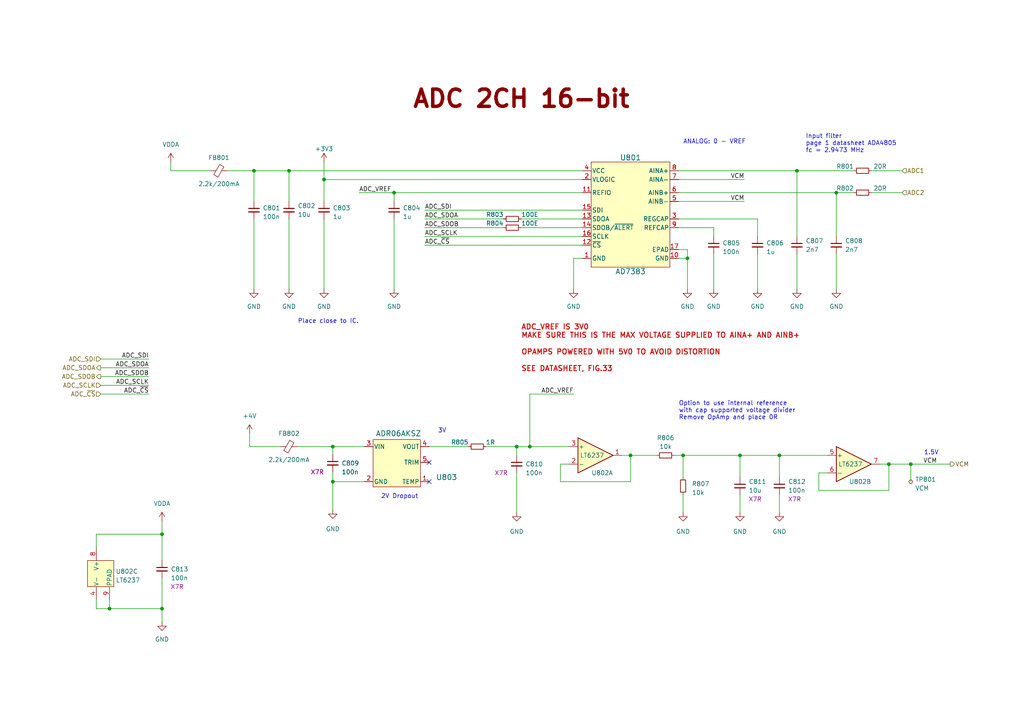
<source format=kicad_sch>
(kicad_sch (version 20230121) (generator eeschema)
  (paper "A4")
  (lib_symbols
    (symbol "Connector:TestPoint_Small" (pin_numbers hide) (pin_names (offset 0.762) hide)
      (property "Reference" "TP" (at 0 3.81 0))
      (property "Value" "TestPoint_Small" (at 0 2.032 0))
      (symbol "TestPoint_Small_0_1"
        (circle (center 0 0) (radius 0.508))
      )
      (symbol "TestPoint_Small_1_1"
        (pin passive line (at 0 0 90) (length 0) (name "1") (number "1"))
      )
    )
    (symbol "Device:C_Small" (pin_numbers hide) (pin_names (offset 0.254) hide)
      (property "Reference" "C" (at 0.254 1.778 0))
      (property "Value" "C_Small" (at 0.254 -2.032 0))
      (symbol "C_Small_0_1"
        (polyline (pts (xy -1.524 -0.508) (xy 1.524 -0.508)) (stroke (width 0.3302)))
        (polyline (pts (xy -1.524 0.508) (xy 1.524 0.508)) (stroke (width 0.3048)))
      )
      (symbol "C_Small_1_1"
        (pin passive line (at 0 2.54 270) (length 2.032) (name "~") (number "1"))
        (pin passive line (at 0 -2.54 90) (length 2.032) (name "~") (number "2"))
      )
    )
    (symbol "Device:R_Small" (pin_numbers hide) (pin_names (offset 0.254) hide)
      (property "Reference" "R" (at 0.762 0.508 0))
      (property "Value" "R_Small" (at 0.762 -1.016 0))
      (symbol "R_Small_0_1"
        (rectangle (start -0.762 1.778) (end 0.762 -1.778) (stroke (width 0.2032)))
      )
      (symbol "R_Small_1_1"
        (pin passive line (at 0 2.54 270) (length 0.762) (name "~") (number "1"))
        (pin passive line (at 0 -2.54 90) (length 0.762) (name "~") (number "2"))
      )
    )
    (symbol "LT6237_1" (pin_names (offset 0.127))
      (property "Reference" "U504" (at -3.81 1.27 0))
      (property "Value" "LT6237" (at -3.81 -1.27 0))
      (symbol "LT6237_1_1_1"
        (polyline (pts (xy -5.08 5.08) (xy 5.08 0) (xy -5.08 -5.08) (xy -5.08 5.08)) (stroke (width 0.254)) (fill (type background)))
        (pin output line (at 7.62 0 180) (length 2.54) (name "~") (number "1"))
        (pin input line (at -7.62 -2.54 0) (length 2.54) (name "-") (number "2"))
        (pin input line (at -7.62 2.54 0) (length 2.54) (name "+") (number "3"))
      )
      (symbol "LT6237_1_2_1"
        (polyline (pts (xy -5.08 5.08) (xy 5.08 0) (xy -5.08 -5.08) (xy -5.08 5.08)) (stroke (width 0.254)) (fill (type background)))
        (pin input line (at -7.62 2.54 0) (length 2.54) (name "+") (number "5"))
        (pin input line (at -7.62 -2.54 0) (length 2.54) (name "-") (number "6"))
        (pin output line (at 7.62 0 180) (length 2.54) (name "~") (number "7"))
      )
      (symbol "LT6237_1_3_1"
        (rectangle (start -5.08 3.81) (end 0 -3.81) (fill (type background)))
        (pin power_in line (at -2.54 -7.62 90) (length 3.81) (name "V-") (number "4"))
        (pin power_in line (at -2.54 7.62 270) (length 3.81) (name "V+") (number "8"))
      )
    )
    (symbol "LT6237_2" (pin_names (offset 0.127))
      (property "Reference" "U" (at 0 5.08 0))
      (property "Value" "LT6237" (at 3.175 -3.175 0))
      (symbol "LT6237_2_0_1"
        (rectangle (start -5.08 3.81) (end 2.54 -3.81) (fill (type background)))
      )
      (symbol "LT6237_2_1_1"
        (polyline (pts (xy -5.08 5.08) (xy 5.08 0) (xy -5.08 -5.08) (xy -5.08 5.08)) (stroke (width 0.254)) (fill (type background)))
        (pin output line (at 7.62 0 180) (length 2.54) (name "~") (number "1"))
        (pin input line (at -7.62 -2.54 0) (length 2.54) (name "-") (number "2"))
        (pin input line (at -7.62 2.54 0) (length 2.54) (name "+") (number "3"))
      )
      (symbol "LT6237_2_2_1"
        (polyline (pts (xy -5.08 5.08) (xy 5.08 0) (xy -5.08 -5.08) (xy -5.08 5.08)) (stroke (width 0.254)) (fill (type background)))
        (pin input line (at -7.62 2.54 0) (length 2.54) (name "+") (number "5"))
        (pin input line (at -7.62 -2.54 0) (length 2.54) (name "-") (number "6"))
        (pin output line (at 7.62 0 180) (length 2.54) (name "~") (number "7"))
      )
      (symbol "LT6237_2_3_1"
        (pin power_in line (at -2.54 -7.62 90) (length 3.81) (name "V-") (number "4"))
        (pin power_in line (at -2.54 7.62 270) (length 3.81) (name "V+") (number "8"))
        (pin power_in line (at 1.27 -7.62 90) (length 3.81) (name "PPAD") (number "9"))
      )
    )
    (symbol "SOC_ADC:AD7383" (pin_names (offset 0.254))
      (property "Reference" "U" (at 27.94 2.54 0))
      (property "Value" "AD7383" (at 27.94 -30.48 0))
      (symbol "AD7383_0_1"
        (rectangle (start 16.51 1.27) (end 39.37 -29.21) (fill (type background)))
      )
      (symbol "AD7383_1_1"
        (pin power_out line (at 13.97 -26.67 0) (length 2.54) (name "GND") (number "1"))
        (pin power_out line (at 41.91 -26.67 180) (length 2.54) (name "GND") (number "10"))
        (pin unspecified line (at 13.97 -7.62 0) (length 2.54) (name "REFIO") (number "11"))
        (pin unspecified line (at 13.97 -22.86 0) (length 2.54) (name "~{CS}") (number "12"))
        (pin unspecified line (at 13.97 -15.24 0) (length 2.54) (name "SDOA") (number "13"))
        (pin unspecified line (at 13.97 -17.78 0) (length 2.54) (name "SDOB/~{ALERT}") (number "14"))
        (pin unspecified line (at 13.97 -12.7 0) (length 2.54) (name "SDI") (number "15"))
        (pin unspecified line (at 13.97 -20.32 0) (length 2.54) (name "SCLK") (number "16"))
        (pin unspecified line (at 41.91 -24.13 180) (length 2.54) (name "EPAD") (number "17"))
        (pin power_in line (at 13.97 -3.81 0) (length 2.54) (name "VLOGIC") (number "2"))
        (pin unspecified line (at 41.91 -15.24 180) (length 2.54) (name "REGCAP") (number "3"))
        (pin power_in line (at 13.97 -1.27 0) (length 2.54) (name "VCC") (number "4"))
        (pin unspecified line (at 41.91 -10.16 180) (length 2.54) (name "AINB-") (number "5"))
        (pin unspecified line (at 41.91 -7.62 180) (length 2.54) (name "AINB+") (number "6"))
        (pin unspecified line (at 41.91 -3.81 180) (length 2.54) (name "AINA-") (number "7"))
        (pin unspecified line (at 41.91 -1.27 180) (length 2.54) (name "AINA+") (number "8"))
        (pin unspecified line (at 41.91 -17.78 180) (length 2.54) (name "REFCAP") (number "9"))
      )
    )
    (symbol "SOC_Misc:2k2 200mA" (pin_numbers hide) (pin_names (offset 0))
      (property "Reference" "FB" (at 1.905 1.27 0))
      (property "Value" "742792093" (at 1.905 -1.27 0))
      (symbol "2k2 200mA_0_1"
        (polyline (pts (xy 0 -1.27) (xy 0 -0.7874)))
        (polyline (pts (xy 0 0.889) (xy 0 1.2954)))
        (polyline (pts (xy -1.8288 0.2794) (xy -1.1176 1.4986) (xy 1.8288 -0.2032) (xy 1.1176 -1.4224) (xy -1.8288 0.2794)))
      )
      (symbol "2k2 200mA_1_1"
        (pin passive line (at 0 2.54 270) (length 1.27) (name "~") (number "1"))
        (pin passive line (at 0 -2.54 90) (length 1.27) (name "~") (number "2"))
      )
    )
    (symbol "SOC_Power:ADR06AKSZ-REEL7" (pin_names (offset 0.254))
      (property "Reference" "U" (at 14.224 8.89 0))
      (property "Value" "ADR06AKSZ-REEL7" (at 14.732 -8.382 0))
      (symbol "ADR06AKSZ-REEL7_1_1"
        (rectangle (start 7.874 7.112) (end 21.59 -6.604) (fill (type background)))
        (pin output line (at 24.13 -5.08 180) (length 2.54) (name "TEMP") (number "1"))
        (pin passive line (at 5.334 -5.08 0) (length 2.54) (name "GND") (number "2"))
        (pin input line (at 5.334 5.08 0) (length 2.54) (name "VIN") (number "3"))
        (pin output line (at 24.13 5.08 180) (length 2.54) (name "VOUT") (number "4"))
        (pin input line (at 24.13 0.508 180) (length 2.54) (name "TRIM") (number "5"))
      )
    )
    (symbol "power:+3V3" (power) (pin_names (offset 0))
      (property "Value" "+3V3" (at 0 3.556 0))
      (symbol "+3V3_0_1"
        (polyline (pts (xy -0.762 1.27) (xy 0 2.54)))
        (polyline (pts (xy 0 0) (xy 0 2.54)))
        (polyline (pts (xy 0 2.54) (xy 0.762 1.27)))
      )
      (symbol "+3V3_1_1"
        (pin power_in line (at 0 0 90) (length 0) hide (name "+3V3") (number "1"))
      )
    )
    (symbol "power:+4V" (power) (pin_names (offset 0))
      (property "Value" "+4V" (at 0 3.556 0))
      (symbol "+4V_0_1"
        (polyline (pts (xy -0.762 1.27) (xy 0 2.54)))
        (polyline (pts (xy 0 0) (xy 0 2.54)))
        (polyline (pts (xy 0 2.54) (xy 0.762 1.27)))
      )
      (symbol "+4V_1_1"
        (pin power_in line (at 0 0 90) (length 0) hide (name "+4V") (number "1"))
      )
    )
    (symbol "power:GND" (power) (pin_names (offset 0))
      (property "Value" "GND" (at 0 -3.81 0))
      (symbol "GND_0_1"
        (polyline (pts (xy 0 0) (xy 0 -1.27) (xy 1.27 -1.27) (xy 0 -2.54) (xy -1.27 -1.27) (xy 0 -1.27)))
      )
      (symbol "GND_1_1"
        (pin power_in line (at 0 0 270) (length 0) hide (name "GND") (number "1"))
      )
    )
    (symbol "power:VDDA" (power) (pin_names (offset 0))
      (property "Value" "VDDA" (at 0 3.81 0))
      (symbol "VDDA_0_1"
        (polyline (pts (xy -0.762 1.27) (xy 0 2.54)))
        (polyline (pts (xy 0 0) (xy 0 2.54)))
        (polyline (pts (xy 0 2.54) (xy 0.762 1.27)))
      )
      (symbol "VDDA_1_1"
        (pin power_in line (at 0 0 90) (length 0) hide (name "VDDA") (number "1"))
      )
    )
  )
  (junction (at 73.66 49.53))
  (junction (at 214.63 132.08))
  (junction (at 226.06 132.08))
  (junction (at 93.98 52.07))
  (junction (at 231.14 49.53))
  (junction (at 182.88 132.08))
  (junction (at 242.57 55.88))
  (junction (at 153.67 129.54))
  (junction (at 149.86 129.54))
  (junction (at 199.39 74.93))
  (junction (at 257.81 134.62))
  (junction (at 198.12 132.08))
  (junction (at 114.3 55.88))
  (junction (at 46.99 154.94))
  (junction (at 264.16 134.62))
  (junction (at 96.52 129.54))
  (junction (at 46.99 176.53))
  (junction (at 96.52 139.7))
  (junction (at 31.75 176.53))
  (junction (at 83.82 49.53))
  (no_connect (at 124.46 139.7))
  (no_connect (at 124.46 134.112))
  (wire (pts (xy 226.06 132.08) (xy 240.03 132.08)))
  (wire (pts (xy 29.21 114.3) (xy 43.18 114.3)))
  (wire (pts (xy 123.19 71.12) (xy 168.91 71.12)))
  (wire (pts (xy 46.99 151.13) (xy 46.99 154.94)))
  (wire (pts (xy 237.49 137.16) (xy 237.49 142.24)))
  (wire (pts (xy 114.3 63.5) (xy 114.3 83.82)))
  (wire (pts (xy 73.66 49.53) (xy 83.82 49.53)))
  (wire (pts (xy 66.04 49.53) (xy 73.66 49.53)))
  (wire (pts (xy 264.16 134.62) (xy 264.16 139.7)))
  (wire (pts (xy 214.63 143.51) (xy 214.63 148.59)))
  (wire (pts (xy 83.82 49.53) (xy 168.91 49.53)))
  (wire (pts (xy 31.75 176.53) (xy 46.99 176.53)))
  (wire (pts (xy 196.85 72.39) (xy 199.39 72.39)))
  (wire (pts (xy 257.81 134.62) (xy 264.16 134.62)))
  (wire (pts (xy 165.1 134.62) (xy 162.56 134.62)))
  (wire (pts (xy 29.21 111.76) (xy 43.18 111.76)))
  (wire (pts (xy 252.73 55.88) (xy 261.62 55.88)))
  (wire (pts (xy 29.21 109.22) (xy 43.18 109.22)))
  (wire (pts (xy 226.06 143.51) (xy 226.06 148.59)))
  (wire (pts (xy 182.88 132.08) (xy 190.5 132.08)))
  (wire (pts (xy 240.03 137.16) (xy 237.49 137.16)))
  (wire (pts (xy 60.96 49.53) (xy 49.53 49.53)))
  (wire (pts (xy 149.86 137.16) (xy 149.86 148.59)))
  (wire (pts (xy 182.88 139.7) (xy 182.88 132.08)))
  (wire (pts (xy 86.36 129.54) (xy 96.52 129.54)))
  (wire (pts (xy 257.81 142.24) (xy 257.81 134.62)))
  (wire (pts (xy 182.88 132.08) (xy 180.34 132.08)))
  (wire (pts (xy 29.21 104.14) (xy 43.18 104.14)))
  (wire (pts (xy 93.98 46.99) (xy 93.98 52.07)))
  (wire (pts (xy 219.71 73.66) (xy 219.71 83.82)))
  (wire (pts (xy 151.13 63.5) (xy 168.91 63.5)))
  (wire (pts (xy 196.85 58.42) (xy 215.9 58.42)))
  (wire (pts (xy 242.57 55.88) (xy 247.65 55.88)))
  (wire (pts (xy 27.94 158.75) (xy 27.94 154.94)))
  (wire (pts (xy 104.14 55.88) (xy 114.3 55.88)))
  (wire (pts (xy 123.19 63.5) (xy 146.05 63.5)))
  (wire (pts (xy 27.94 176.53) (xy 31.75 176.53)))
  (wire (pts (xy 199.39 74.93) (xy 199.39 83.82)))
  (wire (pts (xy 153.67 129.54) (xy 165.1 129.54)))
  (wire (pts (xy 96.52 139.7) (xy 96.52 147.828)))
  (wire (pts (xy 219.71 63.5) (xy 196.85 63.5)))
  (wire (pts (xy 46.99 167.64) (xy 46.99 176.53)))
  (wire (pts (xy 196.85 52.07) (xy 215.9 52.07)))
  (wire (pts (xy 162.56 139.7) (xy 182.88 139.7)))
  (wire (pts (xy 166.37 74.93) (xy 168.91 74.93)))
  (wire (pts (xy 207.01 73.66) (xy 207.01 83.82)))
  (wire (pts (xy 29.21 106.68) (xy 43.18 106.68)))
  (wire (pts (xy 214.63 132.08) (xy 214.63 138.43)))
  (wire (pts (xy 123.19 66.04) (xy 146.05 66.04)))
  (wire (pts (xy 123.19 60.96) (xy 168.91 60.96)))
  (wire (pts (xy 83.82 58.42) (xy 83.82 49.53)))
  (wire (pts (xy 207.01 66.04) (xy 207.01 68.58)))
  (wire (pts (xy 114.3 58.42) (xy 114.3 55.88)))
  (wire (pts (xy 93.98 52.07) (xy 168.91 52.07)))
  (wire (pts (xy 214.63 132.08) (xy 226.06 132.08)))
  (wire (pts (xy 46.99 154.94) (xy 46.99 162.56)))
  (wire (pts (xy 231.14 73.66) (xy 231.14 83.82)))
  (wire (pts (xy 114.3 55.88) (xy 168.91 55.88)))
  (wire (pts (xy 198.12 132.08) (xy 214.63 132.08)))
  (wire (pts (xy 27.94 173.99) (xy 27.94 176.53)))
  (wire (pts (xy 93.98 58.42) (xy 93.98 52.07)))
  (wire (pts (xy 264.16 134.62) (xy 275.59 134.62)))
  (wire (pts (xy 72.39 129.54) (xy 81.28 129.54)))
  (wire (pts (xy 153.67 114.3) (xy 166.37 114.3)))
  (wire (pts (xy 257.81 134.62) (xy 255.27 134.62)))
  (wire (pts (xy 124.46 129.54) (xy 135.89 129.54)))
  (wire (pts (xy 31.75 173.99) (xy 31.75 176.53)))
  (wire (pts (xy 196.85 66.04) (xy 207.01 66.04)))
  (wire (pts (xy 226.06 132.08) (xy 226.06 138.43)))
  (wire (pts (xy 166.37 74.93) (xy 166.37 83.82)))
  (wire (pts (xy 252.73 49.53) (xy 261.62 49.53)))
  (wire (pts (xy 219.71 68.58) (xy 219.71 63.5)))
  (wire (pts (xy 73.66 63.5) (xy 73.66 83.82)))
  (wire (pts (xy 72.39 125.73) (xy 72.39 129.54)))
  (wire (pts (xy 96.52 136.906) (xy 96.52 139.7)))
  (wire (pts (xy 27.94 154.94) (xy 46.99 154.94)))
  (wire (pts (xy 198.12 132.08) (xy 198.12 138.43)))
  (wire (pts (xy 195.58 132.08) (xy 198.12 132.08)))
  (wire (pts (xy 198.12 143.51) (xy 198.12 148.59)))
  (wire (pts (xy 140.97 129.54) (xy 149.86 129.54)))
  (wire (pts (xy 46.99 176.53) (xy 46.99 180.34)))
  (wire (pts (xy 242.57 55.88) (xy 242.57 68.58)))
  (wire (pts (xy 149.86 129.54) (xy 149.86 132.08)))
  (wire (pts (xy 93.98 63.5) (xy 93.98 83.82)))
  (wire (pts (xy 96.52 129.54) (xy 105.664 129.54)))
  (wire (pts (xy 83.82 63.5) (xy 83.82 83.82)))
  (wire (pts (xy 49.53 46.99) (xy 49.53 49.53)))
  (wire (pts (xy 231.14 49.53) (xy 231.14 68.58)))
  (wire (pts (xy 73.66 49.53) (xy 73.66 58.42)))
  (wire (pts (xy 96.52 129.54) (xy 96.52 131.826)))
  (wire (pts (xy 242.57 73.66) (xy 242.57 83.82)))
  (wire (pts (xy 153.67 114.3) (xy 153.67 129.54)))
  (wire (pts (xy 96.52 139.7) (xy 105.664 139.7)))
  (wire (pts (xy 231.14 49.53) (xy 247.65 49.53)))
  (wire (pts (xy 196.85 74.93) (xy 199.39 74.93)))
  (wire (pts (xy 149.86 129.54) (xy 153.67 129.54)))
  (wire (pts (xy 237.49 142.24) (xy 257.81 142.24)))
  (wire (pts (xy 123.19 68.58) (xy 168.91 68.58)))
  (wire (pts (xy 196.85 55.88) (xy 242.57 55.88)))
  (wire (pts (xy 199.39 72.39) (xy 199.39 74.93)))
  (wire (pts (xy 196.85 49.53) (xy 231.14 49.53)))
  (wire (pts (xy 151.13 66.04) (xy 168.91 66.04)))
  (wire (pts (xy 162.56 134.62) (xy 162.56 139.7)))
  (text "ADC_VREF IS 3V0\nMAKE SURE THIS IS THE MAX VOLTAGE SUPPLIED TO AINA+ AND AINB+\n\nOPAMPS POWERED WITH 5V0 TO AVOID DISTORTION\n\nSEE DATASHEET, FIG.33" (at 151.13 107.95 0) (effects (font (size 1.5 1.5) (thickness 0.254) bold) (justify left bottom)))
  (text "2V Dropout" (at 110.49 144.78 0) (effects (font (size 1.27 1.27)) (justify left bottom)))
  (text "ADC 2CH 16-bit" (at 119.38 31.75 0) (effects (font (size 5 5) (thickness 1) bold) (justify left bottom)))
  (text "Option to use internal reference \nwith cap supported voltage divider\nRemove OpAmp and place 0R" (at 196.85 121.92 0) (effects (font (size 1.27 1.27)) (justify left bottom)))
  (text "Input filter\npage 1 datasheet ADA4805\nfc = 2.9473 MHz" (at 233.68 44.45 0) (effects (font (size 1.27 1.27)) (justify left bottom)))
  (text "Place close to IC." (at 86.36 93.98 0) (effects (font (size 1.27 1.27)) (justify left bottom)))
  (text "ANALOG: 0 - VREF" (at 198.12 41.91 0) (effects (font (size 1.27 1.27)) (justify left bottom)))
  (text "1.5V" (at 267.97 132.08 0) (effects (font (size 1.27 1.27)) (justify left bottom)))
  (text "3V" (at 127 125.73 0) (effects (font (size 1.27 1.27)) (justify left bottom)))
  (label "ADC_SDOB" (at 123.19 66.04 0))
  (label "ADC_SCLK" (at 123.19 68.58 0))
  (label "ADC_SDOB" (at 43.18 109.22 180))
  (label "VCM" (at 215.9 58.42 180))
  (label "ADC_SDOA" (at 43.18 106.68 180))
  (label "ADC_~{CS}" (at 123.19 71.12 0))
  (label "ADC_SDI" (at 123.19 60.96 0))
  (label "ADC_SCLK" (at 43.18 111.76 180))
  (label "ADC_VREF" (at 166.37 114.3 180))
  (label "ADC_VREF" (at 104.14 55.88 0))
  (label "VCM" (at 215.9 52.07 180))
  (label "ADC_SDI" (at 43.18 104.14 180))
  (label "ADC_SDOA" (at 123.19 63.5 0))
  (label "VCM" (at 271.78 134.62 180))
  (label "ADC_~{CS}" (at 43.18 114.3 180))
  (hierarchical_label "VCM" (shape output) (at 275.59 134.62 0))
  (hierarchical_label "ADC_SDOA" (shape output) (at 29.21 106.68 180))
  (hierarchical_label "ADC2" (shape input) (at 261.62 55.88 0))
  (hierarchical_label "ADC_SDI" (shape input) (at 29.21 104.14 180))
  (hierarchical_label "ADC_~{CS}" (shape input) (at 29.21 114.3 180))
  (hierarchical_label "ADC_SCLK" (shape input) (at 29.21 111.76 180))
  (hierarchical_label "ADC1" (shape input) (at 261.62 49.53 0))
  (hierarchical_label "ADC_SDOB" (shape output) (at 29.21 109.22 180))
  (symbol (lib_id "power:+4V") (at 72.39 125.73 0) (unit 1)
    (property "Reference" "#PWR0813" (effects hide))
    (property "Value" "+4V" (at 72.39 120.65 0))
  )
  (symbol (lib_id "Device:R_Small") (at 148.59 63.5 90) (unit 1)
    (property "Reference" "R803" (at 143.51 62.23 90))
    (property "Value" "100E" (at 153.67 62.23 90))
    (property "Footprint" "Resistor_SMD:R_0603_1608Metric" (effects hide))
  )
  (symbol (lib_id "SOC_Misc:2k2 200mA") (at 63.5 49.53 90) (unit 1)
    (property "Reference" "FB801" (at 63.5 45.72 90))
    (property "Value" "2.2k/200mA" (at 63.5 53.34 90))
    (property "Footprint" "Inductor_SMD:L_0805_2012Metric" (effects hide))
    (property "MPN" "742792093" (effects hide))
    (property "Digikey_PN" "732-1609-1-ND" (effects hide))
    (property "Digi-Key_PN" "732-1609-1-ND" (effects hide))
  )
  (symbol (lib_id "power:GND") (at 73.66 83.82 0) (unit 1)
    (property "Reference" "#PWR0803" (effects hide))
    (property "Value" "GND" (at 73.66 88.9 0))
  )
  (symbol (lib_id "Device:C_Small") (at 214.63 140.97 0) (unit 1)
    (property "Reference" "C811" (at 217.17 139.7 0) (effects (justify left)))
    (property "Value" "10u" (at 217.17 142.24 0) (effects (justify left)))
    (property "Footprint" "Capacitor_SMD:C_0603_1608Metric" (effects hide))
    (property "MPN" "GRM188R61E106MA73D" (effects hide))
    (property "Digi-Key_PN" "490-7202-1-ND" (effects hide))
    (property "Mouser_PN" "603-CC402KRX7R9BB104" (effects hide))
    (property "CLASS" "X7R" (at 220.98 144.78 0) (effects (justify right)))
    (property "Description" "0.1uF 0402 50V" (effects hide))
  )
  (symbol (lib_id "Device:C_Small") (at 242.57 71.12 0) (unit 1)
    (property "Reference" "C808" (at 245.11 69.8563 0) (effects (justify left)))
    (property "Value" "2n7" (at 245.11 72.3963 0) (effects (justify left)))
    (property "Footprint" "Capacitor_SMD:C_0603_1608Metric" (effects hide))
    (property "Digi-Key_PN" "311-1809-1-ND" (effects hide))
    (property "MPN" "CC0603KRX7R9BB272" (effects hide))
  )
  (symbol (lib_id "Device:R_Small") (at 193.04 132.08 90) (unit 1)
    (property "Reference" "R806" (at 193.04 127 90))
    (property "Value" "10k" (at 193.04 129.54 90))
    (property "Footprint" "Resistor_SMD:R_0603_1608Metric" (effects hide))
  )
  (symbol (lib_id "SOC_ADC:AD7383") (at 154.94 48.26 0) (unit 1)
    (property "Reference" "U801" (at 182.88 45.72 0) (effects (font (size 1.524 1.524))))
    (property "Value" "AD7383" (at 182.88 78.74 0) (effects (font (size 1.524 1.524))))
    (property "Footprint" "SOC_SMD:AD7383" (effects hide))
    (property "Datasheet" "https://www.analog.com/media/en/technical-documentation/data-sheets/ad7383-7384.pdf" (effects hide))
    (property "MPN" "AD7383BCPZ-RL7" (effects hide))
    (property "Digi-Key_PN" "505-AD7383BCPZ-RL7CT-ND" (effects hide))
  )
  (symbol (lib_id "Device:C_Small") (at 73.66 60.96 0) (unit 1)
    (property "Reference" "C801" (at 76.2 60.3313 0) (effects (justify left)))
    (property "Value" "100n" (at 76.2 62.8713 0) (effects (justify left)))
    (property "Footprint" "Capacitor_SMD:C_0402_1005Metric" (effects hide))
  )
  (symbol (lib_id "power:GND") (at 199.39 83.82 0) (unit 1)
    (property "Reference" "#PWR0808" (effects hide))
    (property "Value" "GND" (at 199.39 88.9 0))
  )
  (symbol (lib_id "Device:C_Small") (at 83.82 60.96 0) (unit 1)
    (property "Reference" "C802" (at 86.36 59.6963 0) (effects (justify left)))
    (property "Value" "10u" (at 86.36 62.2363 0) (effects (justify left)))
    (property "Footprint" "Capacitor_SMD:C_0603_1608Metric" (effects hide))
    (property "Digi-Key_PN" "490-7202-1-ND" (effects hide))
    (property "MPN" "GRM188R61E106MA73D" (effects hide))
  )
  (symbol (lib_id "Device:R_Small") (at 198.12 140.97 0) (unit 1)
    (property "Reference" "R807" (at 200.66 140.335 0) (effects (justify left)))
    (property "Value" "10k" (at 200.66 142.875 0) (effects (justify left)))
    (property "Footprint" "Resistor_SMD:R_0603_1608Metric" (effects hide))
  )
  (symbol (lib_id "Device:R_Small") (at 148.59 66.04 90) (unit 1)
    (property "Reference" "R804" (at 143.51 64.77 90))
    (property "Value" "100E" (at 153.67 64.77 90))
    (property "Footprint" "Resistor_SMD:R_0603_1608Metric" (effects hide))
  )
  (symbol (lib_id "Device:C_Small") (at 46.99 165.1 0) (unit 1)
    (property "Reference" "C813" (at 49.53 165.1 0) (effects (justify left)))
    (property "Value" "100n" (at 49.53 167.64 0) (effects (justify left)))
    (property "Footprint" "Capacitor_SMD:C_0402_1005Metric" (effects hide))
    (property "CLASS" "X7R" (at 53.34 170.18 0) (effects (justify right)))
    (property "Description" "0.1uF 0402 50V" (effects hide))
  )
  (symbol (lib_id "power:GND") (at 166.37 83.82 0) (unit 1)
    (property "Reference" "#PWR0807" (effects hide))
    (property "Value" "GND" (at 166.37 88.9 0))
  )
  (symbol (lib_id "Device:C_Small") (at 219.71 71.12 0) (unit 1)
    (property "Reference" "C806" (at 222.25 70.4913 0) (effects (justify left)))
    (property "Value" "1u" (at 222.25 73.0313 0) (effects (justify left)))
    (property "Footprint" "Capacitor_SMD:C_0603_1608Metric" (effects hide))
    (property "Digi-Key_PN" "478-10073-1-ND" (effects hide))
    (property "MPN" "06035C105KAT2A" (effects hide))
  )
  (symbol (lib_id "Device:C_Small") (at 207.01 71.12 0) (unit 1)
    (property "Reference" "C805" (at 209.55 70.4913 0) (effects (justify left)))
    (property "Value" "100n" (at 209.55 73.0313 0) (effects (justify left)))
    (property "Footprint" "Capacitor_SMD:C_0402_1005Metric" (effects hide))
  )
  (symbol (lib_id "Device:C_Small") (at 231.14 71.12 0) (unit 1)
    (property "Reference" "C807" (at 233.68 69.8563 0) (effects (justify left)))
    (property "Value" "2n7" (at 233.68 72.3963 0) (effects (justify left)))
    (property "Footprint" "Capacitor_SMD:C_0603_1608Metric" (effects hide))
    (property "Digi-Key_PN" "311-1809-1-ND" (effects hide))
    (property "MPN" "CC0603KRX7R9BB272" (effects hide))
  )
  (symbol (lib_id "Device:C_Small") (at 149.86 134.62 0) (unit 1)
    (property "Reference" "C810" (at 152.4 134.62 0) (effects (justify left)))
    (property "Value" "100n" (at 152.4 137.16 0) (effects (justify left)))
    (property "Footprint" "Capacitor_SMD:C_0402_1005Metric" (effects hide))
    (property "CLASS" "X7R" (at 147.32 137.16 0) (effects (justify right)))
    (property "Description" "0.1uF 0402 50V" (effects hide))
  )
  (symbol (lib_id "power:GND") (at 114.3 83.82 0) (unit 1)
    (property "Reference" "#PWR0806" (effects hide))
    (property "Value" "GND" (at 114.3 88.9 0))
  )
  (symbol (lib_id "power:GND") (at 231.14 83.82 0) (unit 1)
    (property "Reference" "#PWR0811" (effects hide))
    (property "Value" "GND" (at 231.14 88.9 0))
  )
  (symbol (lib_id "Device:R_Small") (at 250.19 55.88 90) (unit 1)
    (property "Reference" "R802" (at 245.11 54.61 90))
    (property "Value" "20R" (at 255.27 54.61 90))
    (property "Footprint" "Resistor_SMD:R_0603_1608Metric" (effects hide))
  )
  (symbol (lib_id "Device:C_Small") (at 226.06 140.97 0) (unit 1)
    (property "Reference" "C812" (at 228.6 139.7 0) (effects (justify left)))
    (property "Value" "100n" (at 228.6 142.24 0) (effects (justify left)))
    (property "Footprint" "Capacitor_SMD:C_0402_1005Metric" (effects hide))
    (property "CLASS" "X7R" (at 232.41 144.78 0) (effects (justify right)))
    (property "Description" "0.1uF 0402 50V" (effects hide))
  )
  (symbol (lib_id "Connector:TestPoint_Small") (at 264.16 139.7 0) (unit 1) (in_bom no)
    (property "Reference" "TP801" (at 265.43 139.065 0) (effects (justify left)))
    (property "Value" "VCM" (at 265.43 141.605 0) (effects (justify left)))
    (property "Footprint" "TestPoint:TestPoint_THTPad_D1.0mm_Drill0.5mm" (effects hide))
  )
  (symbol (lib_id "Device:R_Small") (at 250.19 49.53 90) (unit 1)
    (property "Reference" "R801" (at 245.11 48.26 90))
    (property "Value" "20R" (at 255.27 48.26 90))
    (property "Footprint" "Resistor_SMD:R_0603_1608Metric" (effects hide))
  )
  (symbol (lib_id "power:GND") (at 219.71 83.82 0) (unit 1)
    (property "Reference" "#PWR0810" (effects hide))
    (property "Value" "GND" (at 219.71 88.9 0))
  )
  (symbol (lib_id "power:GND") (at 198.12 148.59 0) (unit 1)
    (property "Reference" "#PWR0816" (effects hide))
    (property "Value" "GND" (at 198.12 154.178 0))
  )
  (symbol (lib_id "power:GND") (at 46.99 180.34 0) (mirror y) (unit 1)
    (property "Reference" "#PWR0820" (effects hide))
    (property "Value" "GND" (at 46.99 185.42 0))
  )
  (symbol (lib_id "power:GND") (at 149.86 148.59 0) (unit 1)
    (property "Reference" "#PWR0815" (effects hide))
    (property "Value" "GND" (at 149.86 154.178 0))
  )
  (symbol (lib_id "power:+3V3") (at 93.98 46.99 0) (unit 1)
    (property "Reference" "#PWR0802" (effects hide))
    (property "Value" "+3V3" (at 93.98 43.18 0))
  )
  (symbol (lib_id "power:GND") (at 214.63 148.59 0) (unit 1)
    (property "Reference" "#PWR0817" (effects hide))
    (property "Value" "GND" (at 214.63 154.178 0))
  )
  (symbol (lib_id "Device:C_Small") (at 96.52 134.366 0) (unit 1)
    (property "Reference" "C809" (at 99.06 134.366 0) (effects (justify left)))
    (property "Value" "100n" (at 99.06 136.906 0) (effects (justify left)))
    (property "Footprint" "Capacitor_SMD:C_0402_1005Metric" (effects hide))
    (property "CLASS" "X7R" (at 93.98 136.906 0) (effects (justify right)))
    (property "Description" "0.1uF 0402 50V" (effects hide))
  )
  (symbol (lib_id "power:GND") (at 83.82 83.82 0) (unit 1)
    (property "Reference" "#PWR0804" (effects hide))
    (property "Value" "GND" (at 83.82 88.9 0))
  )
  (symbol (lib_id "SOC_Misc:2k2 200mA") (at 83.82 129.54 90) (unit 1)
    (property "Reference" "FB802" (at 83.82 125.73 90))
    (property "Value" "2.2k/200mA" (at 83.82 133.35 90))
    (property "Footprint" "Inductor_SMD:L_0805_2012Metric" (effects hide))
    (property "MPN" "742792093" (effects hide))
    (property "Digikey_PN" "732-1609-1-ND" (effects hide))
    (property "Digi-Key_PN" "732-1609-1-ND" (effects hide))
  )
  (symbol (lib_id "power:GND") (at 96.52 147.828 0) (unit 1)
    (property "Reference" "#PWR0814" (effects hide))
    (property "Value" "GND" (at 96.52 153.416 0))
  )
  (symbol (lib_id "power:GND") (at 226.06 148.59 0) (unit 1)
    (property "Reference" "#PWR0818" (effects hide))
    (property "Value" "GND" (at 226.06 154.178 0))
  )
  (symbol (lib_id "power:VDDA") (at 49.53 46.99 0) (mirror y) (unit 1)
    (property "Reference" "#PWR0801" (effects hide))
    (property "Value" "VDDA" (at 49.53 41.91 0))
  )
  (symbol (lib_name "LT6237_1") (lib_id "SOC_OpAmp:LT6237") (at 172.72 132.08 0) (unit 1)
    (property "Reference" "U802" (at 177.8 137.16 0) (effects (justify right)))
    (property "Value" "LT6237" (at 175.26 132.08 0) (effects (justify right)))
    (property "Footprint" "Package_DFN_QFN:DFN-8-1EP_3x3mm_P0.5mm_EP1.66x2.38mm" (effects hide))
    (property "Datasheet" "https://www.analog.com/media/en/technical-documentation/data-sheets/623637fb.pdf" (effects hide))
    (property "MPN" "LT6237IDD#PBF" (effects hide))
    (property "Digikey_PN" "505-LT6237IDD#PBF-ND" (effects hide))
  )
  (symbol (lib_id "power:GND") (at 242.57 83.82 0) (unit 1)
    (property "Reference" "#PWR0812" (effects hide))
    (property "Value" "GND" (at 242.57 88.9 0))
  )
  (symbol (lib_name "LT6237_2") (lib_id "SOC_OpAmp:LT6237") (at 30.48 166.37 0) (unit 3)
    (property "Reference" "U802" (at 40.005 165.735 0) (effects (justify right)))
    (property "Value" "LT6237" (at 40.64 168.275 0) (effects (justify right)))
    (property "Footprint" "Package_DFN_QFN:DFN-8-1EP_3x3mm_P0.5mm_EP1.66x2.38mm" (effects hide))
    (property "Datasheet" "https://www.analog.com/media/en/technical-documentation/data-sheets/623637fb.pdf" (effects hide))
    (property "MPN" "LT6237IMS8#PBF" (effects hide))
    (property "Digikey_PN" "505-LT6237IMS8#PBF-ND" (effects hide))
    (property "Mouser_PN" "584-LT6237IMS8#PBF" (effects hide))
  )
  (symbol (lib_id "power:VDDA") (at 46.99 151.13 0) (mirror y) (unit 1)
    (property "Reference" "#PWR0819" (effects hide))
    (property "Value" "VDDA" (at 46.99 146.05 0))
  )
  (symbol (lib_id "SOC_Power:ADR06AKSZ-REEL7") (at 100.33 134.62 0) (unit 1)
    (property "Reference" "U803" (at 129.54 138.43 0) (effects (font (size 1.524 1.524))))
    (property "Value" "ADR06AKSZ" (at 115.57 125.73 0) (effects (font (size 1.524 1.524))))
    (property "Footprint" "SOC_SMD:KS_5_ADI" (effects hide))
    (property "Datasheet" "https://www.analog.com/media/en/technical-documentation/data-sheets/ADR01_02_03_06.pdf" (effects hide))
    (property "MPN" "ADR06AKSZ-REEL7" (effects hide))
    (property "Digi-Key_PN" "505-ADR06AKSZ-REEL7CT-ND" (effects hide))
    (property "Mouser_PN" "584-ADR06AKSZ-R7" (effects hide))
  )
  (symbol (lib_id "power:GND") (at 207.01 83.82 0) (unit 1)
    (property "Reference" "#PWR0809" (effects hide))
    (property "Value" "GND" (at 207.01 88.9 0))
  )
  (symbol (lib_name "LT6237_1") (lib_id "SOC_OpAmp:LT6237") (at 247.65 134.62 0) (unit 2)
    (property "Reference" "U802" (at 252.73 139.7 0) (effects (justify right)))
    (property "Value" "LT6237" (at 250.19 134.62 0) (effects (justify right)))
    (property "Footprint" "Package_DFN_QFN:DFN-8-1EP_3x3mm_P0.5mm_EP1.66x2.38mm" (effects hide))
    (property "Datasheet" "https://www.analog.com/media/en/technical-documentation/data-sheets/623637fb.pdf" (effects hide))
    (property "MPN" "LT6237IDD#PBF" (effects hide))
    (property "Digikey_PN" "505-LT6237IDD#PBF-ND" (effects hide))
  )
  (symbol (lib_id "power:GND") (at 93.98 83.82 0) (unit 1)
    (property "Reference" "#PWR0805" (effects hide))
    (property "Value" "GND" (at 93.98 88.9 0))
  )
  (symbol (lib_id "Device:C_Small") (at 114.3 60.96 0) (unit 1)
    (property "Reference" "C804" (at 116.84 60.3313 0) (effects (justify left)))
    (property "Value" "1u" (at 116.84 62.8713 0) (effects (justify left)))
    (property "Footprint" "Capacitor_SMD:C_0603_1608Metric" (effects hide))
    (property "Digi-Key_PN" "478-10073-1-ND" (effects hide))
    (property "MPN" "06035C105KAT2A" (effects hide))
  )
  (symbol (lib_id "Device:R_Small") (at 138.43 129.54 90) (unit 1)
    (property "Reference" "R805" (at 133.35 128.27 90))
    (property "Value" "1R" (at 142.24 128.27 90))
    (property "Footprint" "Resistor_SMD:R_0603_1608Metric" (effects hide))
  )
  (symbol (lib_id "Device:C_Small") (at 93.98 60.96 0) (unit 1)
    (property "Reference" "C803" (at 96.52 60.3313 0) (effects (justify left)))
    (property "Value" "1u" (at 96.52 62.8713 0) (effects (justify left)))
    (property "Footprint" "Capacitor_SMD:C_0603_1608Metric" (effects hide))
    (property "Digi-Key_PN" "478-10073-1-ND" (effects hide))
    (property "MPN" "06035C105KAT2A" (effects hide))
  )
)
</source>
